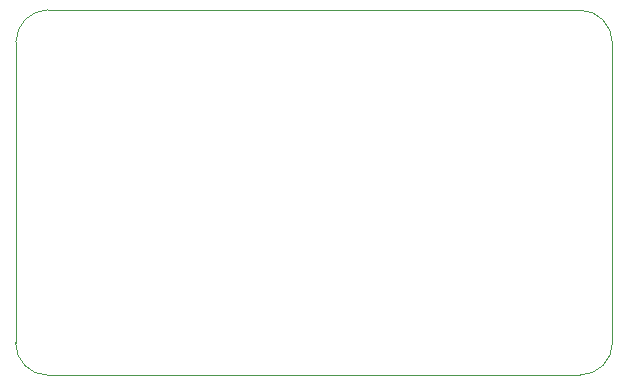
<source format=gbr>
%TF.GenerationSoftware,KiCad,Pcbnew,(6.0.4)*%
%TF.CreationDate,2022-05-29T02:27:14+01:00*%
%TF.ProjectId,16-LED Board,31362d4c-4544-4204-926f-6172642e6b69,V1.0*%
%TF.SameCoordinates,Original*%
%TF.FileFunction,Profile,NP*%
%FSLAX46Y46*%
G04 Gerber Fmt 4.6, Leading zero omitted, Abs format (unit mm)*
G04 Created by KiCad (PCBNEW (6.0.4)) date 2022-05-29 02:27:14*
%MOMM*%
%LPD*%
G01*
G04 APERTURE LIST*
%TA.AperFunction,Profile*%
%ADD10C,0.100000*%
%TD*%
G04 APERTURE END LIST*
D10*
X124434600Y-88671400D02*
X169443400Y-88696800D01*
X172202665Y-116840000D02*
X172186600Y-91440000D01*
X124409200Y-119608600D02*
X169459465Y-119583200D01*
X121691400Y-91414600D02*
X121666000Y-116865400D01*
X169459465Y-119583200D02*
G75*
G03*
X172202665Y-116840000I0J2743200D01*
G01*
X172186600Y-91440000D02*
G75*
G03*
X169443400Y-88696800I-2743200J0D01*
G01*
X121666000Y-116865400D02*
G75*
G03*
X124409200Y-119608600I2743200J0D01*
G01*
X124434600Y-88671400D02*
G75*
G03*
X121691400Y-91414600I0J-2743200D01*
G01*
M02*

</source>
